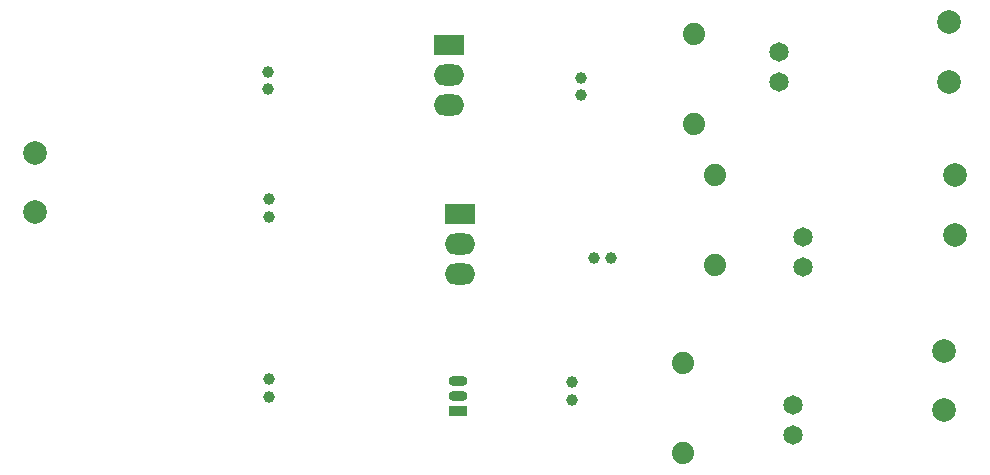
<source format=gtl>
G04 Layer: TopLayer*
G04 EasyEDA v6.5.46, 2025-05-24 16:21:16*
G04 ef174af1d8114eec8ec5a0e0ba4c07ea,10*
G04 Gerber Generator version 0.2*
G04 Scale: 100 percent, Rotated: No, Reflected: No *
G04 Dimensions in millimeters *
G04 leading zeros omitted , absolute positions ,4 integer and 5 decimal *
%FSLAX45Y45*%
%MOMM*%

%ADD10C,1.0000*%
%ADD11C,1.6510*%
%ADD12C,2.0000*%
%ADD13C,1.8796*%
%ADD14O,2.5999948X1.7999964*%
%ADD15R,2.6000X1.8000*%
%ADD16O,1.5999968X0.8999982*%
%ADD17R,1.6000X0.9000*%

%LPD*%
D10*
G01*
X5981710Y6831467D03*
G01*
X5981710Y6681353D03*
G01*
X3340089Y5652632D03*
G01*
X3340089Y5802746D03*
G01*
X6234567Y5308589D03*
G01*
X6084453Y5308589D03*
G01*
X3340089Y4128632D03*
G01*
X3340089Y4278746D03*
G01*
X5905489Y4103232D03*
G01*
X5905489Y4253346D03*
G01*
X3327389Y6732132D03*
G01*
X3327389Y6882246D03*
D11*
G01*
X7658100Y7048500D03*
G01*
X7658100Y6794500D03*
G01*
X7861300Y5486400D03*
G01*
X7861300Y5232400D03*
G01*
X7772400Y4064000D03*
G01*
X7772400Y3810000D03*
D12*
G01*
X1358900Y5693155D03*
G01*
X1358900Y6194044D03*
G01*
X9093200Y6798055D03*
G01*
X9093200Y7298944D03*
G01*
X9144000Y5502655D03*
G01*
X9144000Y6003544D03*
G01*
X9055100Y4016755D03*
G01*
X9055100Y4517644D03*
D13*
G01*
X6934200Y6438900D03*
G01*
X6934200Y7200900D03*
G01*
X7112000Y5245100D03*
G01*
X7112000Y6007100D03*
G01*
X6845300Y3657600D03*
G01*
X6845300Y4419600D03*
D14*
G01*
X4864595Y6858012D03*
G01*
X4863604Y6603987D03*
D15*
G01*
X4864595Y7112012D03*
D14*
G01*
X4953495Y5422912D03*
G01*
X4952504Y5168887D03*
D15*
G01*
X4953495Y5676912D03*
D16*
G01*
X4940300Y4267200D03*
G01*
X4940300Y4140200D03*
D17*
G01*
X4940300Y4013200D03*
M02*

</source>
